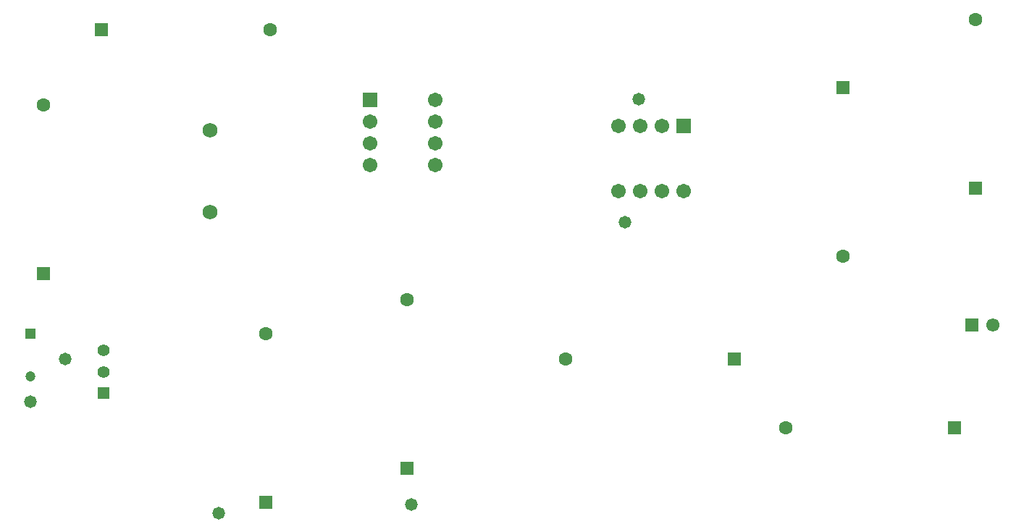
<source format=gbr>
%TF.GenerationSoftware,Altium Limited,Altium Designer,24.9.1 (31)*%
G04 Layer_Color=16711935*
%FSLAX45Y45*%
%MOMM*%
%TF.SameCoordinates,90D1A1F6-6801-43AA-A97B-90F854C06351*%
%TF.FilePolarity,Negative*%
%TF.FileFunction,Soldermask,Bot*%
%TF.Part,Single*%
G01*
G75*
%TA.AperFunction,ComponentPad*%
%ADD12C,1.20000*%
%ADD13R,1.20000X1.20000*%
%ADD14C,1.60020*%
%ADD15R,1.60020X1.60020*%
%ADD19R,1.60020X1.60020*%
%ADD20C,1.40000*%
%ADD21R,1.40000X1.40000*%
%ADD22C,1.55000*%
%ADD23R,1.55000X1.55000*%
%ADD29R,1.70320X1.70320*%
%ADD30C,1.70320*%
%ADD31R,1.70320X1.70320*%
%ADD32C,1.75320*%
%TA.AperFunction,ViaPad*%
%ADD33C,1.47320*%
D12*
X4200000Y4600000D02*
D03*
D13*
Y5100000D02*
D03*
D14*
X8600000Y5500000D02*
D03*
X6950000Y5100000D02*
D03*
X7000000Y8650000D02*
D03*
X15250000Y8773580D02*
D03*
X13026421Y4000000D02*
D03*
X4350000Y7773580D02*
D03*
X10450000Y4800000D02*
D03*
X13700000Y6000000D02*
D03*
D15*
X8600000Y3526420D02*
D03*
X6950000Y3126420D02*
D03*
X15250000Y6800000D02*
D03*
X4350000Y5800000D02*
D03*
X13700000Y7973580D02*
D03*
D19*
X5026420Y8650000D02*
D03*
X15000000Y4000000D02*
D03*
X12423580Y4800000D02*
D03*
D20*
X5050000Y4900000D02*
D03*
Y4650000D02*
D03*
D21*
Y4400000D02*
D03*
D22*
X15450000Y5200000D02*
D03*
D23*
X15200000D02*
D03*
D29*
X11831000Y7531000D02*
D03*
D30*
X11577000D02*
D03*
X11323000D02*
D03*
X11069000D02*
D03*
X11831000Y6769000D02*
D03*
X11577000D02*
D03*
X11323000D02*
D03*
X11069000D02*
D03*
X8169000Y7577000D02*
D03*
Y7323000D02*
D03*
Y7069000D02*
D03*
X8931000Y7831000D02*
D03*
Y7577000D02*
D03*
Y7323000D02*
D03*
Y7069000D02*
D03*
D31*
X8169000Y7831000D02*
D03*
D32*
X6300000Y6523000D02*
D03*
Y7477000D02*
D03*
D33*
X4200000Y4300000D02*
D03*
X11311500Y7838500D02*
D03*
X11150000Y6400000D02*
D03*
X6400000Y3000000D02*
D03*
X8650000Y3100000D02*
D03*
X4600000Y4800000D02*
D03*
%TF.MD5,5d5cfa236b1d8fbcd9dff619f374ca22*%
M02*

</source>
